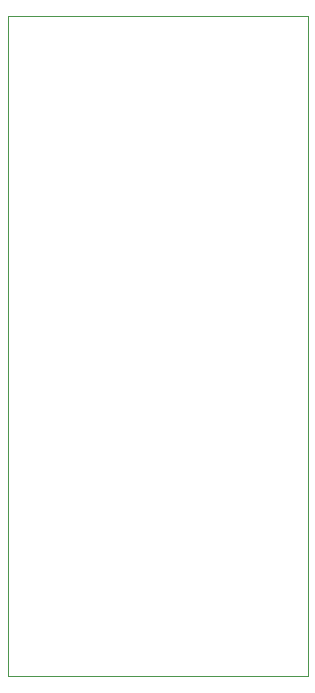
<source format=gm1>
G04 #@! TF.GenerationSoftware,KiCad,Pcbnew,9.0.6*
G04 #@! TF.CreationDate,2026-01-08T21:28:12-06:00*
G04 #@! TF.ProjectId,QFN-40_5x5_P0.4,51464e2d-3430-45f3-9578-355f50302e34,rev?*
G04 #@! TF.SameCoordinates,Original*
G04 #@! TF.FileFunction,Profile,NP*
%FSLAX46Y46*%
G04 Gerber Fmt 4.6, Leading zero omitted, Abs format (unit mm)*
G04 Created by KiCad (PCBNEW 9.0.6) date 2026-01-08 21:28:12*
%MOMM*%
%LPD*%
G01*
G04 APERTURE LIST*
G04 #@! TA.AperFunction,Profile*
%ADD10C,0.050000*%
G04 #@! TD*
G04 APERTURE END LIST*
D10*
X123444000Y-81544429D02*
X148844000Y-81544429D01*
X148844000Y-137424429D01*
X123444000Y-137424429D01*
X123444000Y-81544429D01*
M02*

</source>
